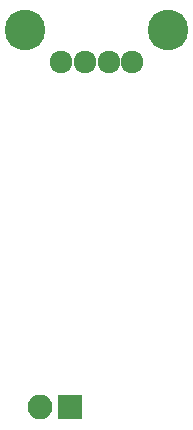
<source format=gbr>
G04 #@! TF.GenerationSoftware,KiCad,Pcbnew,(5.0.0-3-g5ebb6b6)*
G04 #@! TF.CreationDate,2018-10-03T13:59:26-07:00*
G04 #@! TF.ProjectId,Phone Charger,50686F6E6520436861726765722E6B69,rev?*
G04 #@! TF.SameCoordinates,Original*
G04 #@! TF.FileFunction,Soldermask,Bot*
G04 #@! TF.FilePolarity,Negative*
%FSLAX46Y46*%
G04 Gerber Fmt 4.6, Leading zero omitted, Abs format (unit mm)*
G04 Created by KiCad (PCBNEW (5.0.0-3-g5ebb6b6)) date Wednesday, October 03, 2018 at 01:59:26 PM*
%MOMM*%
%LPD*%
G01*
G04 APERTURE LIST*
%ADD10R,2.100000X2.100000*%
%ADD11O,2.100000X2.100000*%
%ADD12C,1.924000*%
%ADD13C,3.448000*%
G04 APERTURE END LIST*
D10*
G04 #@! TO.C,U1*
X145415000Y-109220000D03*
D11*
X142875000Y-109220000D03*
G04 #@! TD*
D12*
G04 #@! TO.C,J1*
X150703280Y-80010000D03*
X148691600Y-80010000D03*
X146685000Y-80010000D03*
X144673320Y-80010000D03*
D13*
X153763980Y-77292200D03*
X141612620Y-77292200D03*
G04 #@! TD*
M02*

</source>
